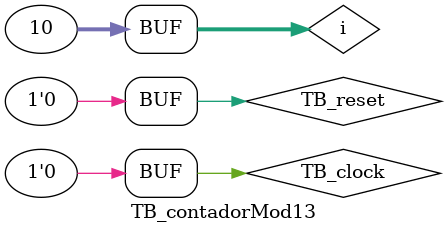
<source format=v>
/*
  Testbench para o MODULO ContadorMod13

  module ContadorMod13(
    input clock,
    input reset,
    input preset,

    output reg [3:0] counter
  );
*/
module TB_contadorMod13;
 
	reg TB_clock, TB_reset, TB_preset;
	wire [3:0] TB_counter;

  integer i = 0;

	ContadorMod13 dut(TB_clock, TB_reset, TB_preset, TB_counter);
 
	initial
		begin
      
      TB_reset = 1'b1; TB_preset = 1'b0; TB_clock = 1'b0; # 25;

      for (i = 0; i < 30; i = i + 1) 
        begin
          TB_reset = 1'b0;
          TB_preset = 1'b0;

          if(TB_clock == 1'b1)
            begin
              TB_clock <= 1'b0;
            end // if
          else
            begin
              TB_clock <= 1'b1;
            end // else
          
          # 25;

        end // for

      TB_reset = 1'b1; TB_preset = 1'b0; TB_clock = 1'b1; # 25;

      for(i = 0; i < 10; i = i + 1)
        begin
          TB_reset = 1'b0;

          if(TB_counter == 4'b0010)
            begin
              TB_preset = 1'b1;
            end // if
          else
            begin
              TB_preset = 1'b0;
            end // else

          if(TB_clock == 1'b1)
            begin
              TB_clock <= 1'b0;
            end // if
          else
            begin
              TB_clock <= 1'b1;
            end // else
          
          # 25;
        
        end // for
      
		end // initial

endmodule
</source>
